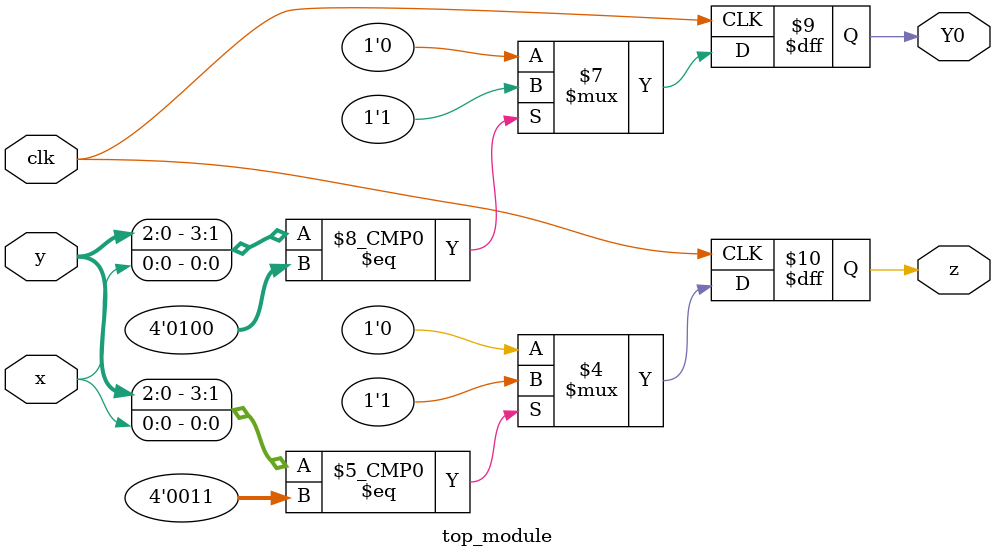
<source format=sv>
module top_module (
    input clk,
    input x,
    input [2:0] y,
    output reg Y0,
    output reg z
);

    always @(posedge clk) begin
        case ({y, x})
            3'b0000: begin
                Y0 <= 1'b0;
                z <= 1'b0;
            end
            3'b0001: begin
                Y0 <= 1'b0;
                z <= 1'b0;
            end
            3'b0010: begin
                Y0 <= 1'b0;
                z <= 1'b0;
            end
            3'b0011: begin
                Y0 <= 1'b0;
                z <= 1'b1;
            end
            3'b0100: begin
                Y0 <= 1'b1;
                z <= 1'b0;
            end
            default: begin
                Y0 <= 1'b0;
                z <= 1'b0;
            end
        endcase
    end

endmodule

</source>
